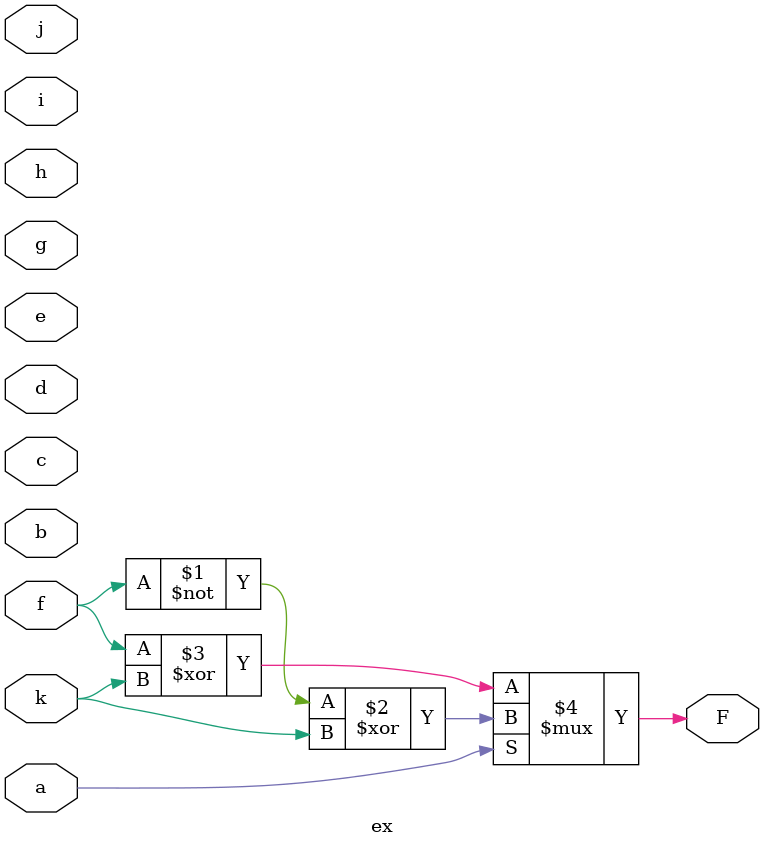
<source format=v>

module ex ( 
    a, b, c, d, e, f, g, h, i, j, k,
    F  );
  input  a, b, c, d, e, f, g, h, i, j, k;
  output F;
  assign F = a ? (~f ^ k) : (f ^ k);
endmodule



</source>
